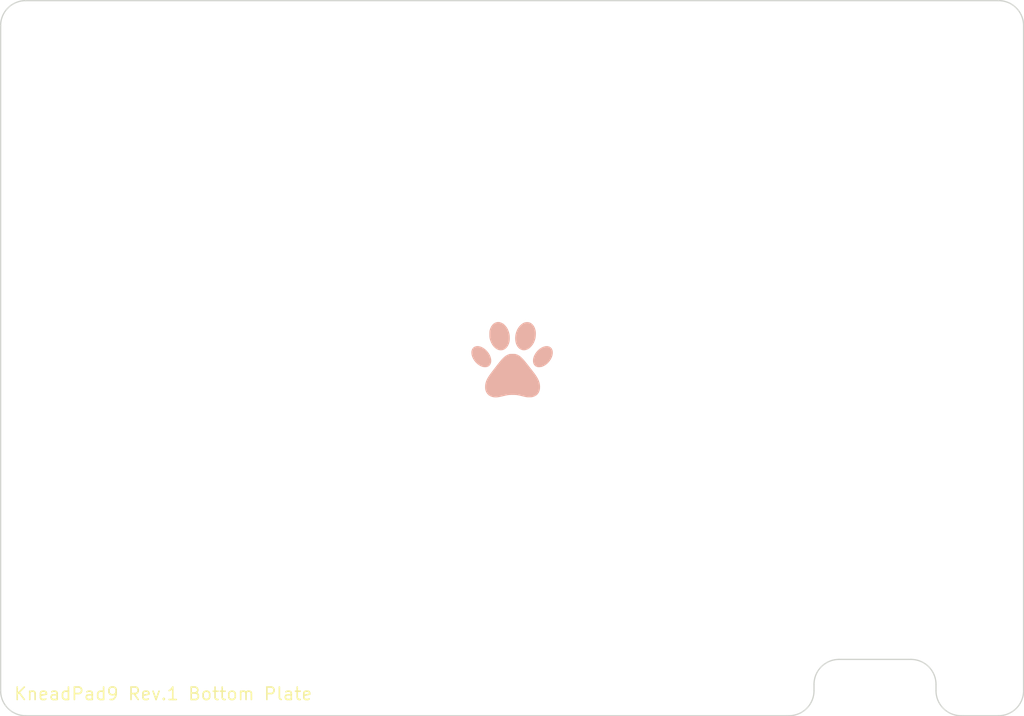
<source format=kicad_pcb>
(kicad_pcb (version 20211014) (generator pcbnew)
  (title_block (title "KneadPad9 Bottom Plate") (rev "1"))
  (layers (0 "F.Cu" signal) (31 "B.Cu" signal) (34 "B.Paste" user) (35 "F.Paste" user) (36 "B.SilkS" user "B.Silkscreen") (37 "F.SilkS" user "F.Silkscreen") (38 "B.Mask" user) (39 "F.Mask" user) (44 "Edge.Cuts" user))
  (net 0 "")
  (footprint "MountingHole:MountingHole_2.2mm_M2" (layer "F.Cu") (at 164.30625 109.5375)
    (fp_text reference "REF**" hide)
    (fp_text value "MountingHole_2.2mm_M2")
    (pad "" np_thru_hole circle (at 0 0) (size 2.2 2.2) (drill 2.2) (layers F&B.Cu *.Mask))
  )
  (footprint "MountingHole:MountingHole_2.2mm_M2" (layer "F.Cu") (at 127.79375 90.4875)
    (fp_text reference "REF**" hide)
    (fp_text value "MountingHole_2.2mm_M2")
    (pad "" np_thru_hole circle (at 0 0) (size 2.2 2.2) (drill 2.2) (layers F&B.Cu *.Mask))
  )
  (footprint "LOGO" (layer "F.Cu") (at 149.621875 100.0125)
    (fp_text reference "G***" hide)
    (fp_text value "LOGO" hide)
    (fp_poly (pts (xy 2.918618 -0.948668) (xy 3.013186 -0.910749) (xy 3.094048 -0.854036) (xy 3.159942 -0.779919) (xy 3.209606 -0.689785) (xy 3.241777 -0.585026) (xy 3.255194 -0.467028) (xy 3.250107 -0.349903) (xy 3.221942 -0.204897) (xy 3.171321 -0.060251) (xy 3.100658 0.081023) (xy 3.012367 0.215913) (xy 2.908862 0.341407) (xy 2.792559 0.454493) (xy 2.665872 0.552159) (xy 2.531214 0.631394) (xy 2.427195 0.676634) (xy 2.371687 0.695751) (xy 2.32357 0.708142) (xy 2.273272 0.715529) (xy 2.211218 0.719637) (xy 2.182324 0.720704) (xy 2.101622 0.721475) (xy 2.040597 0.71762) (xy 1.994281 0.708779) (xy 1.986768 0.706517) (xy 1.89768 0.665255) (xy 1.817829 0.603025) (xy 1.755118 0.52823) (xy 1.704692 0.43193) (xy 1.674728 0.324489) (xy 1.664588 0.208196) (xy 1.673636 0.085341) (xy 1.701233 -0.041786) (xy 1.746742 -0.170896) (xy 1.809524 -0.299699) (xy 1.888942 -0.425904) (xy 1.984359 -0.547224) (xy 2.083386 -0.650342) (xy 2.213915 -0.761295) (xy 2.34625 -0.847927) (xy 2.481733 -0.910925) (xy 2.621708 -0.950977) (xy 2.693415 -0.962566) (xy 2.811607 -0.966403)) (layer "B.SilkS") (width 0) (fill solid))
    (fp_poly (pts (xy 1.281582 -2.882771) (xy 1.395698 -2.857244) (xy 1.500733 -2.808694) (xy 1.576301 -2.755243) (xy 1.672264 -2.660423) (xy 1.752348 -2.547126) (xy 1.816782 -2.414923) (xy 1.865799 -2.263387) (xy 1.883018 -2.188137) (xy 1.894794 -2.103118) (xy 1.900232 -2.001516) (xy 1.89961 -1.89087) (xy 1.893206 -1.778718) (xy 1.881298 -1.6726) (xy 1.864163 -1.580052) (xy 1.859985 -1.563269) (xy 1.811469 -1.402372) (xy 1.754727 -1.261149) (xy 1.687202 -1.134914) (xy 1.606337 -1.018981) (xy 1.509576 -0.908662) (xy 1.494486 -0.893269) (xy 1.434766 -0.834856) (xy 1.385171 -0.79101) (xy 1.339796 -0.757092) (xy 1.292741 -0.728466) (xy 1.267949 -0.715307) (xy 1.147824 -0.663458) (xy 1.033092 -0.634485) (xy 0.920442 -0.627818) (xy 0.825407 -0.638958) (xy 0.747832 -0.662554) (xy 0.664957 -0.702218) (xy 0.585319 -0.753177) (xy 0.517453 -0.810661) (xy 0.516507 -0.811611) (xy 0.428232 -0.917723) (xy 0.357183 -1.039178) (xy 0.303183 -1.173353) (xy 0.266055 -1.317626) (xy 0.245624 -1.469372) (xy 0.241712 -1.62597) (xy 0.254142 -1.784795) (xy 0.28274 -1.943226) (xy 0.327326 -2.098639) (xy 0.387726 -2.24841) (xy 0.463763 -2.389918) (xy 0.55526 -2.520539) (xy 0.637814 -2.613757) (xy 0.7425 -2.710632) (xy 0.844401 -2.78473) (xy 0.946498 -2.837611) (xy 1.051775 -2.870836) (xy 1.157322 -2.885608)) (layer "B.SilkS") (width 0) (fill solid))
    (fp_poly (pts (xy -1.008213 -2.887105) (xy -0.913098 -2.860589) (xy -0.813509 -2.818103) (xy -0.755355 -2.788297) (xy -0.708281 -2.759293) (xy -0.664515 -2.725398) (xy -0.616287 -2.680918) (xy -0.588069 -2.652927) (xy -0.489368 -2.544348) (xy -0.40839 -2.433431) (xy -0.341343 -2.313849) (xy -0.284437 -2.179271) (xy -0.257522 -2.101034) (xy -0.226387 -1.99672) (xy -0.204687 -1.903192) (xy -0.191091 -1.81154) (xy -0.18427 -1.712856) (xy -0.182878 -1.600787) (xy -0.185819 -1.490894) (xy -0.193978 -1.397177) (xy -0.20874 -1.311099) (xy -0.231492 -1.22412) (xy -0.256253 -1.148501) (xy -0.311346 -1.021437) (xy -0.382188 -0.907793) (xy -0.466503 -0.80995) (xy -0.56202 -0.730289) (xy -0.666463 -0.671189) (xy -0.737006 -0.645235) (xy -0.809667 -0.631314) (xy -0.89443 -0.626445) (xy -0.980485 -0.630515) (xy -1.057024 -0.643411) (xy -1.075883 -0.648781) (xy -1.196165 -0.699621) (xy -1.313142 -0.773226) (xy -1.42384 -0.86735) (xy -1.525284 -0.979746) (xy -1.540996 -0.999983) (xy -1.601116 -1.08996) (xy -1.659449 -1.197343) (xy -1.712465 -1.314583) (xy -1.756633 -1.434135) (xy -1.778362 -1.507374) (xy -1.792174 -1.560666) (xy -1.802359 -1.604881) (xy -1.809479 -1.645521) (xy -1.814098 -1.688087) (xy -1.816779 -1.738083) (xy -1.818084 -1.801008) (xy -1.818576 -1.882366) (xy -1.818625 -1.900935) (xy -1.818542 -1.988786) (xy -1.81754 -2.056653) (xy -1.815214 -2.109558) (xy -1.811157 -2.152525) (xy -1.804963 -2.190575) (xy -1.796227 -2.228732) (xy -1.790321 -2.251107) (xy -1.740496 -2.39925) (xy -1.676694 -2.530351) (xy -1.599983 -2.643268) (xy -1.511432 -2.73686) (xy -1.412109 -2.809983) (xy -1.303083 -2.861497) (xy -1.193507 -2.889073) (xy -1.099659 -2.896222)) (layer "B.SilkS") (width 0) (fill solid))
    (fp_poly (pts (xy -2.65725 -0.959012) (xy -2.543468 -0.932047) (xy -2.426679 -0.88704) (xy -2.308611 -0.823848) (xy -2.190992 -0.74233) (xy -2.075549 -0.642344) (xy -2.071825 -0.638756) (xy -1.96597 -0.52553) (xy -1.875718 -0.406795) (xy -1.801275 -0.28452) (xy -1.742848 -0.160676) (xy -1.700646 -0.037231) (xy -1.674874 0.083844) (xy -1.665741 0.200582) (xy -1.673452 0.311011) (xy -1.698216 0.413163) (xy -1.740239 0.505069) (xy -1.799728 0.584758) (xy -1.876891 0.650262) (xy -1.932882 0.682488) (xy -1.970399 0.699511) (xy -2.00428 0.710536) (xy -2.042253 0.717045) (xy -2.092046 0.720522) (xy -2.138552 0.721957) (xy -2.230032 0.721032) (xy -2.302828 0.713783) (xy -2.334491 0.706953) (xy -2.49076 0.650705) (xy -2.637828 0.571798) (xy -2.776225 0.469873) (xy -2.906477 0.344571) (xy -2.963667 0.279148) (xy -3.054481 0.156554) (xy -3.130202 0.027055) (xy -3.189597 -0.105841) (xy -3.231434 -0.238625) (xy -3.254483 -0.367788) (xy -3.257513 -0.489821) (xy -3.251913 -0.542147) (xy -3.224389 -0.654436) (xy -3.180036 -0.749813) (xy -3.12058 -0.828137) (xy -3.047751 -0.889266) (xy -2.963275 -0.93306) (xy -2.868881 -0.959377) (xy -2.766297 -0.968074)) (layer "B.SilkS") (width 0) (fill solid))
    (fp_poly (pts (xy 0.174227 -0.342565) (xy 0.220944 -0.340431) (xy 0.257954 -0.336417) (xy 0.290358 -0.329987) (xy 0.323257 -0.320604) (xy 0.358263 -0.308929) (xy 0.43348 -0.27953) (xy 0.507043 -0.242931) (xy 0.580544 -0.197642) (xy 0.655577 -0.142171) (xy 0.733731 -0.075028) (xy 0.8166 0.005278) (xy 0.905774 0.100239) (xy 1.002847 0.211345) (xy 1.109409 0.340087) (xy 1.227053 0.487956) (xy 1.275615 0.550271) (xy 1.348363 0.644058) (xy 1.421237 0.737968) (xy 1.491672 0.828695) (xy 1.557099 0.912933) (xy 1.614951 0.987377) (xy 1.66266 1.048722) (xy 1.697659 1.093661) (xy 1.698149 1.094289) (xy 1.825111 1.26293) (xy 1.932832 1.41918) (xy 2.022357 1.56528) (xy 2.094732 1.703468) (xy 2.151001 1.835987) (xy 2.192209 1.965077) (xy 2.219402 2.092977) (xy 2.233624 2.221929) (xy 2.234861 2.244855) (xy 2.231922 2.402293) (xy 2.208561 2.547308) (xy 2.165458 2.678904) (xy 2.103295 2.796085) (xy 2.022751 2.897855) (xy 1.924507 2.983217) (xy 1.809244 3.051174) (xy 1.677643 3.10073) (xy 1.644214 3.109648) (xy 1.586833 3.120583) (xy 1.517014 3.127548) (xy 1.429843 3.13094) (xy 1.375677 3.131425) (xy 1.314541 3.131122) (xy 1.260867 3.129629) (xy 1.210692 3.126303) (xy 1.160047 3.120505) (xy 1.104968 3.111595) (xy 1.041488 3.098932) (xy 0.96564 3.081876) (xy 0.87346 3.059786) (xy 0.762876 3.032495) (xy 0.649982 3.0049) (xy 0.555673 2.983289) (xy 0.474436 2.966943) (xy 0.400759 2.955142) (xy 0.329129 2.947168) (xy 0.254034 2.942301) (xy 0.169961 2.939823) (xy 0.071398 2.939012) (xy 0.046167 2.938987) (xy -0.047806 2.939245) (xy -0.127155 2.940455) (xy -0.196491 2.943228) (xy -0.260426 2.948172) (xy -0.323571 2.955898) (xy -0.390539 2.967016) (xy -0.465942 2.982134) (xy -0.554392 3.001863) (xy -0.6605 3.026813) (xy -0.71285 3.039334) (xy -0.849873 3.071366) (xy -0.966677 3.096587) (xy -1.066991 3.115415) (xy -1.154541 3.128269) (xy -1.233053 3.13557) (xy -1.306254 3.137735) (xy -1.377872 3.135184) (xy -1.451633 3.128335) (xy -1.476832 3.125235) (xy -1.617647 3.095527) (xy -1.745325 3.045115) (xy -1.858584 2.975109) (xy -1.956144 2.886616) (xy -2.036724 2.780745) (xy -2.099044 2.658605) (xy -2.13289 2.557509) (xy -2.148927 2.474989) (xy -2.158285 2.377067) (xy -2.160718 2.27251) (xy -2.155985 2.170085) (xy -2.145862 2.089609) (xy -2.125431 1.990613) (xy -2.09852 1.894345) (xy -2.063792 1.798318) (xy -2.019908 1.700048) (xy -1.965531 1.59705) (xy -1.899323 1.486839) (xy -1.819945 1.36693) (xy -1.72606 1.234838) (xy -1.61633 1.088078) (xy -1.583692 1.045459) (xy -1.466712 0.893413) (xy -1.363761 0.759742) (xy -1.273653 0.642972) (xy -1.195202 0.541626) (xy -1.12722 0.45423) (xy -1.068521 0.379307) (xy -1.017918 0.315384) (xy -0.974223 0.260983) (xy -0.936251 0.21463) (xy -0.902814 0.174849) (xy -0.872726 0.140165) (xy -0.844799 0.109102) (xy -0.817847 0.080186) (xy -0.790682 0.051939) (xy -0.762119 0.022889) (xy -0.756836 0.017559) (xy -0.662101 -0.073755) (xy -0.575638 -0.147348) (xy -0.492434 -0.206689) (xy -0.407479 -0.255252) (xy -0.31576 -0.296506) (xy -0.287641 -0.307425) (xy -0.252867 -0.320095) (xy -0.222626 -0.329325) (xy -0.191972 -0.33567) (xy -0.155961 -0.339688) (xy -0.109646 -0.341935) (xy -0.048083 -0.342969) (xy 0.031266 -0.343341) (xy 0.112701 -0.343356)) (layer "B.SilkS") (width 0) (fill solid))
  )
  (footprint "MountingHole:MountingHole_2.2mm_M2" (layer "F.Cu") (at 127.79375 109.5375)
    (fp_text reference "REF**" hide)
    (fp_text value "MountingHole_2.2mm_M2")
    (pad "" np_thru_hole circle (at 0 0) (size 2.2 2.2) (drill 2.2) (layers F&B.Cu *.Mask))
  )
  (footprint "MountingHole:MountingHole_2.2mm_M2" (layer "F.Cu") (at 164.30625 90.4875)
    (fp_text reference "REF**" hide)
    (fp_text value "MountingHole_2.2mm_M2")
    (pad "" np_thru_hole circle (at 0 0) (size 2.2 2.2) (drill 2.2) (layers F&B.Cu *.Mask))
  )
  (gr_arc (start 185.5 128.5875) (mid 184.085786 128.001714) (end 183.500001 126.5875) (layer "Edge.Cuts") (width 0.1))
  (gr_line (start 190.5 73.4375) (end 190.5 126.5875) (layer "Edge.Cuts") (width 0.1))
  (gr_arc (start 110.74375 128.5875) (mid 109.329539 128.001725) (end 108.74375 126.5875) (layer "Edge.Cuts") (width 0.1))
  (gr_arc (start 108.74375 73.4375) (mid 109.329533 72.023269) (end 110.74375 71.4375) (layer "Edge.Cuts") (width 0.1))
  (gr_line (start 108.74375 73.4375) (end 108.74375 126.5875) (layer "Edge.Cuts") (width 0.1))
  (gr_arc (start 181.5 124.0875) (mid 182.914214 124.673286) (end 183.5 126.0875) (layer "Edge.Cuts") (width 0.1))
  (gr_arc (start 173.75 126.5875) (mid 173.164214 128.001714) (end 171.75 128.5875) (layer "Edge.Cuts") (width 0.1))
  (gr_line (start 110.74375 128.5875) (end 171.75 128.5875) (layer "Edge.Cuts") (width 0.1))
  (gr_line (start 110.74375 71.4375) (end 188.5 71.4375) (layer "Edge.Cuts") (width 0.1))
  (gr_arc (start 173.75 126.0875) (mid 174.335786 124.673286) (end 175.75 124.0875) (layer "Edge.Cuts") (width 0.1))
  (gr_line (start 173.75 126.5875) (end 173.75 126.0875) (layer "Edge.Cuts") (width 0.1))
  (gr_arc (start 188.5 71.4375) (mid 189.914214 72.023286) (end 190.5 73.4375) (layer "Edge.Cuts") (width 0.1))
  (gr_line (start 185.5 128.5875) (end 188.5 128.5875) (layer "Edge.Cuts") (width 0.1))
  (gr_line (start 183.5 126.0875) (end 183.500001 126.5875) (layer "Edge.Cuts") (width 0.1))
  (gr_arc (start 190.5 126.5875) (mid 189.914214 128.001714) (end 188.5 128.5875) (layer "Edge.Cuts") (width 0.1))
  (gr_line (start 175.75 124.0875) (end 181.5 124.0875) (layer "Edge.Cuts") (width 0.1))
  (gr_text "KneadPad9 Rev.1 Bottom Plate" (at 109.75 126.8375) (layer "F.SilkS") (effects (font (size 1 1) (thickness 0.125)) (justify left)))
)
</source>
